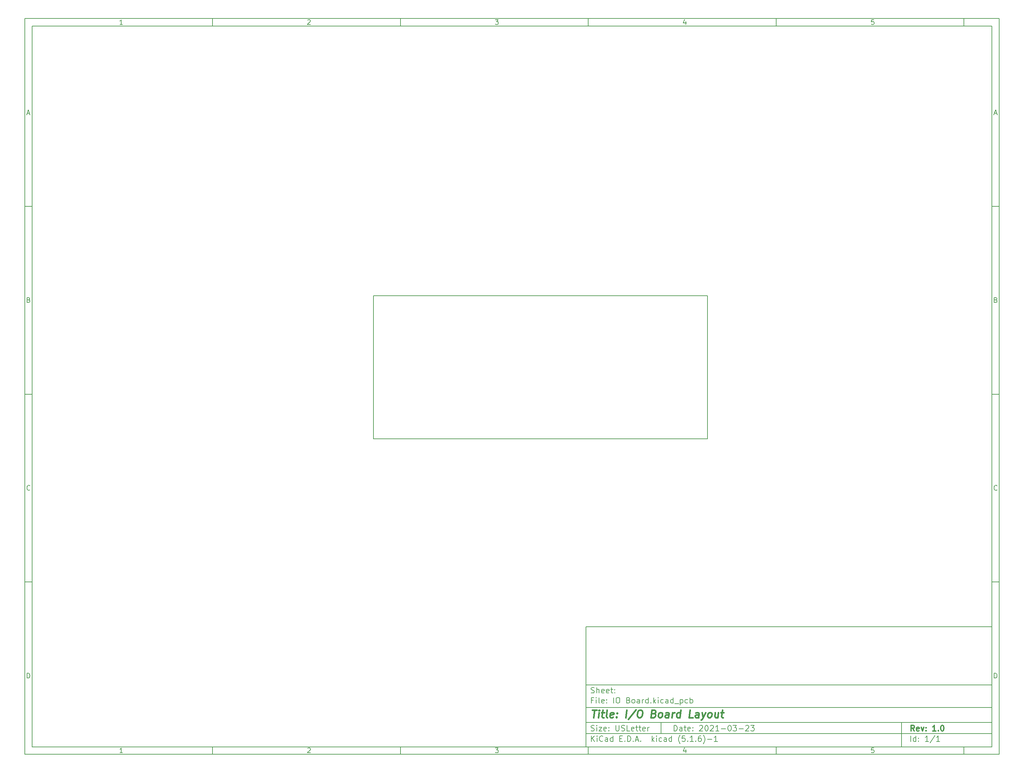
<source format=gbr>
G04 #@! TF.GenerationSoftware,KiCad,Pcbnew,(5.1.6)-1*
G04 #@! TF.CreationDate,2021-03-23T17:10:19-04:00*
G04 #@! TF.ProjectId,IO Board,494f2042-6f61-4726-942e-6b696361645f,1.0*
G04 #@! TF.SameCoordinates,Original*
G04 #@! TF.FileFunction,Profile,NP*
%FSLAX46Y46*%
G04 Gerber Fmt 4.6, Leading zero omitted, Abs format (unit mm)*
G04 Created by KiCad (PCBNEW (5.1.6)-1) date 2021-03-23 17:10:19*
%MOMM*%
%LPD*%
G01*
G04 APERTURE LIST*
%ADD10C,0.100000*%
%ADD11C,0.150000*%
%ADD12C,0.300000*%
%ADD13C,0.400000*%
G04 #@! TA.AperFunction,Profile*
%ADD14C,0.150000*%
G04 #@! TD*
G04 APERTURE END LIST*
D10*
D11*
X159400000Y-171900000D02*
X159400000Y-203900000D01*
X267400000Y-203900000D01*
X267400000Y-171900000D01*
X159400000Y-171900000D01*
D10*
D11*
X10000000Y-10000000D02*
X10000000Y-205900000D01*
X269400000Y-205900000D01*
X269400000Y-10000000D01*
X10000000Y-10000000D01*
D10*
D11*
X12000000Y-12000000D02*
X12000000Y-203900000D01*
X267400000Y-203900000D01*
X267400000Y-12000000D01*
X12000000Y-12000000D01*
D10*
D11*
X60000000Y-12000000D02*
X60000000Y-10000000D01*
D10*
D11*
X110000000Y-12000000D02*
X110000000Y-10000000D01*
D10*
D11*
X160000000Y-12000000D02*
X160000000Y-10000000D01*
D10*
D11*
X210000000Y-12000000D02*
X210000000Y-10000000D01*
D10*
D11*
X260000000Y-12000000D02*
X260000000Y-10000000D01*
D10*
D11*
X36065476Y-11588095D02*
X35322619Y-11588095D01*
X35694047Y-11588095D02*
X35694047Y-10288095D01*
X35570238Y-10473809D01*
X35446428Y-10597619D01*
X35322619Y-10659523D01*
D10*
D11*
X85322619Y-10411904D02*
X85384523Y-10350000D01*
X85508333Y-10288095D01*
X85817857Y-10288095D01*
X85941666Y-10350000D01*
X86003571Y-10411904D01*
X86065476Y-10535714D01*
X86065476Y-10659523D01*
X86003571Y-10845238D01*
X85260714Y-11588095D01*
X86065476Y-11588095D01*
D10*
D11*
X135260714Y-10288095D02*
X136065476Y-10288095D01*
X135632142Y-10783333D01*
X135817857Y-10783333D01*
X135941666Y-10845238D01*
X136003571Y-10907142D01*
X136065476Y-11030952D01*
X136065476Y-11340476D01*
X136003571Y-11464285D01*
X135941666Y-11526190D01*
X135817857Y-11588095D01*
X135446428Y-11588095D01*
X135322619Y-11526190D01*
X135260714Y-11464285D01*
D10*
D11*
X185941666Y-10721428D02*
X185941666Y-11588095D01*
X185632142Y-10226190D02*
X185322619Y-11154761D01*
X186127380Y-11154761D01*
D10*
D11*
X236003571Y-10288095D02*
X235384523Y-10288095D01*
X235322619Y-10907142D01*
X235384523Y-10845238D01*
X235508333Y-10783333D01*
X235817857Y-10783333D01*
X235941666Y-10845238D01*
X236003571Y-10907142D01*
X236065476Y-11030952D01*
X236065476Y-11340476D01*
X236003571Y-11464285D01*
X235941666Y-11526190D01*
X235817857Y-11588095D01*
X235508333Y-11588095D01*
X235384523Y-11526190D01*
X235322619Y-11464285D01*
D10*
D11*
X60000000Y-203900000D02*
X60000000Y-205900000D01*
D10*
D11*
X110000000Y-203900000D02*
X110000000Y-205900000D01*
D10*
D11*
X160000000Y-203900000D02*
X160000000Y-205900000D01*
D10*
D11*
X210000000Y-203900000D02*
X210000000Y-205900000D01*
D10*
D11*
X260000000Y-203900000D02*
X260000000Y-205900000D01*
D10*
D11*
X36065476Y-205488095D02*
X35322619Y-205488095D01*
X35694047Y-205488095D02*
X35694047Y-204188095D01*
X35570238Y-204373809D01*
X35446428Y-204497619D01*
X35322619Y-204559523D01*
D10*
D11*
X85322619Y-204311904D02*
X85384523Y-204250000D01*
X85508333Y-204188095D01*
X85817857Y-204188095D01*
X85941666Y-204250000D01*
X86003571Y-204311904D01*
X86065476Y-204435714D01*
X86065476Y-204559523D01*
X86003571Y-204745238D01*
X85260714Y-205488095D01*
X86065476Y-205488095D01*
D10*
D11*
X135260714Y-204188095D02*
X136065476Y-204188095D01*
X135632142Y-204683333D01*
X135817857Y-204683333D01*
X135941666Y-204745238D01*
X136003571Y-204807142D01*
X136065476Y-204930952D01*
X136065476Y-205240476D01*
X136003571Y-205364285D01*
X135941666Y-205426190D01*
X135817857Y-205488095D01*
X135446428Y-205488095D01*
X135322619Y-205426190D01*
X135260714Y-205364285D01*
D10*
D11*
X185941666Y-204621428D02*
X185941666Y-205488095D01*
X185632142Y-204126190D02*
X185322619Y-205054761D01*
X186127380Y-205054761D01*
D10*
D11*
X236003571Y-204188095D02*
X235384523Y-204188095D01*
X235322619Y-204807142D01*
X235384523Y-204745238D01*
X235508333Y-204683333D01*
X235817857Y-204683333D01*
X235941666Y-204745238D01*
X236003571Y-204807142D01*
X236065476Y-204930952D01*
X236065476Y-205240476D01*
X236003571Y-205364285D01*
X235941666Y-205426190D01*
X235817857Y-205488095D01*
X235508333Y-205488095D01*
X235384523Y-205426190D01*
X235322619Y-205364285D01*
D10*
D11*
X10000000Y-60000000D02*
X12000000Y-60000000D01*
D10*
D11*
X10000000Y-110000000D02*
X12000000Y-110000000D01*
D10*
D11*
X10000000Y-160000000D02*
X12000000Y-160000000D01*
D10*
D11*
X10690476Y-35216666D02*
X11309523Y-35216666D01*
X10566666Y-35588095D02*
X11000000Y-34288095D01*
X11433333Y-35588095D01*
D10*
D11*
X11092857Y-84907142D02*
X11278571Y-84969047D01*
X11340476Y-85030952D01*
X11402380Y-85154761D01*
X11402380Y-85340476D01*
X11340476Y-85464285D01*
X11278571Y-85526190D01*
X11154761Y-85588095D01*
X10659523Y-85588095D01*
X10659523Y-84288095D01*
X11092857Y-84288095D01*
X11216666Y-84350000D01*
X11278571Y-84411904D01*
X11340476Y-84535714D01*
X11340476Y-84659523D01*
X11278571Y-84783333D01*
X11216666Y-84845238D01*
X11092857Y-84907142D01*
X10659523Y-84907142D01*
D10*
D11*
X11402380Y-135464285D02*
X11340476Y-135526190D01*
X11154761Y-135588095D01*
X11030952Y-135588095D01*
X10845238Y-135526190D01*
X10721428Y-135402380D01*
X10659523Y-135278571D01*
X10597619Y-135030952D01*
X10597619Y-134845238D01*
X10659523Y-134597619D01*
X10721428Y-134473809D01*
X10845238Y-134350000D01*
X11030952Y-134288095D01*
X11154761Y-134288095D01*
X11340476Y-134350000D01*
X11402380Y-134411904D01*
D10*
D11*
X10659523Y-185588095D02*
X10659523Y-184288095D01*
X10969047Y-184288095D01*
X11154761Y-184350000D01*
X11278571Y-184473809D01*
X11340476Y-184597619D01*
X11402380Y-184845238D01*
X11402380Y-185030952D01*
X11340476Y-185278571D01*
X11278571Y-185402380D01*
X11154761Y-185526190D01*
X10969047Y-185588095D01*
X10659523Y-185588095D01*
D10*
D11*
X269400000Y-60000000D02*
X267400000Y-60000000D01*
D10*
D11*
X269400000Y-110000000D02*
X267400000Y-110000000D01*
D10*
D11*
X269400000Y-160000000D02*
X267400000Y-160000000D01*
D10*
D11*
X268090476Y-35216666D02*
X268709523Y-35216666D01*
X267966666Y-35588095D02*
X268400000Y-34288095D01*
X268833333Y-35588095D01*
D10*
D11*
X268492857Y-84907142D02*
X268678571Y-84969047D01*
X268740476Y-85030952D01*
X268802380Y-85154761D01*
X268802380Y-85340476D01*
X268740476Y-85464285D01*
X268678571Y-85526190D01*
X268554761Y-85588095D01*
X268059523Y-85588095D01*
X268059523Y-84288095D01*
X268492857Y-84288095D01*
X268616666Y-84350000D01*
X268678571Y-84411904D01*
X268740476Y-84535714D01*
X268740476Y-84659523D01*
X268678571Y-84783333D01*
X268616666Y-84845238D01*
X268492857Y-84907142D01*
X268059523Y-84907142D01*
D10*
D11*
X268802380Y-135464285D02*
X268740476Y-135526190D01*
X268554761Y-135588095D01*
X268430952Y-135588095D01*
X268245238Y-135526190D01*
X268121428Y-135402380D01*
X268059523Y-135278571D01*
X267997619Y-135030952D01*
X267997619Y-134845238D01*
X268059523Y-134597619D01*
X268121428Y-134473809D01*
X268245238Y-134350000D01*
X268430952Y-134288095D01*
X268554761Y-134288095D01*
X268740476Y-134350000D01*
X268802380Y-134411904D01*
D10*
D11*
X268059523Y-185588095D02*
X268059523Y-184288095D01*
X268369047Y-184288095D01*
X268554761Y-184350000D01*
X268678571Y-184473809D01*
X268740476Y-184597619D01*
X268802380Y-184845238D01*
X268802380Y-185030952D01*
X268740476Y-185278571D01*
X268678571Y-185402380D01*
X268554761Y-185526190D01*
X268369047Y-185588095D01*
X268059523Y-185588095D01*
D10*
D11*
X182832142Y-199678571D02*
X182832142Y-198178571D01*
X183189285Y-198178571D01*
X183403571Y-198250000D01*
X183546428Y-198392857D01*
X183617857Y-198535714D01*
X183689285Y-198821428D01*
X183689285Y-199035714D01*
X183617857Y-199321428D01*
X183546428Y-199464285D01*
X183403571Y-199607142D01*
X183189285Y-199678571D01*
X182832142Y-199678571D01*
X184975000Y-199678571D02*
X184975000Y-198892857D01*
X184903571Y-198750000D01*
X184760714Y-198678571D01*
X184475000Y-198678571D01*
X184332142Y-198750000D01*
X184975000Y-199607142D02*
X184832142Y-199678571D01*
X184475000Y-199678571D01*
X184332142Y-199607142D01*
X184260714Y-199464285D01*
X184260714Y-199321428D01*
X184332142Y-199178571D01*
X184475000Y-199107142D01*
X184832142Y-199107142D01*
X184975000Y-199035714D01*
X185475000Y-198678571D02*
X186046428Y-198678571D01*
X185689285Y-198178571D02*
X185689285Y-199464285D01*
X185760714Y-199607142D01*
X185903571Y-199678571D01*
X186046428Y-199678571D01*
X187117857Y-199607142D02*
X186975000Y-199678571D01*
X186689285Y-199678571D01*
X186546428Y-199607142D01*
X186475000Y-199464285D01*
X186475000Y-198892857D01*
X186546428Y-198750000D01*
X186689285Y-198678571D01*
X186975000Y-198678571D01*
X187117857Y-198750000D01*
X187189285Y-198892857D01*
X187189285Y-199035714D01*
X186475000Y-199178571D01*
X187832142Y-199535714D02*
X187903571Y-199607142D01*
X187832142Y-199678571D01*
X187760714Y-199607142D01*
X187832142Y-199535714D01*
X187832142Y-199678571D01*
X187832142Y-198750000D02*
X187903571Y-198821428D01*
X187832142Y-198892857D01*
X187760714Y-198821428D01*
X187832142Y-198750000D01*
X187832142Y-198892857D01*
X189617857Y-198321428D02*
X189689285Y-198250000D01*
X189832142Y-198178571D01*
X190189285Y-198178571D01*
X190332142Y-198250000D01*
X190403571Y-198321428D01*
X190475000Y-198464285D01*
X190475000Y-198607142D01*
X190403571Y-198821428D01*
X189546428Y-199678571D01*
X190475000Y-199678571D01*
X191403571Y-198178571D02*
X191546428Y-198178571D01*
X191689285Y-198250000D01*
X191760714Y-198321428D01*
X191832142Y-198464285D01*
X191903571Y-198750000D01*
X191903571Y-199107142D01*
X191832142Y-199392857D01*
X191760714Y-199535714D01*
X191689285Y-199607142D01*
X191546428Y-199678571D01*
X191403571Y-199678571D01*
X191260714Y-199607142D01*
X191189285Y-199535714D01*
X191117857Y-199392857D01*
X191046428Y-199107142D01*
X191046428Y-198750000D01*
X191117857Y-198464285D01*
X191189285Y-198321428D01*
X191260714Y-198250000D01*
X191403571Y-198178571D01*
X192475000Y-198321428D02*
X192546428Y-198250000D01*
X192689285Y-198178571D01*
X193046428Y-198178571D01*
X193189285Y-198250000D01*
X193260714Y-198321428D01*
X193332142Y-198464285D01*
X193332142Y-198607142D01*
X193260714Y-198821428D01*
X192403571Y-199678571D01*
X193332142Y-199678571D01*
X194760714Y-199678571D02*
X193903571Y-199678571D01*
X194332142Y-199678571D02*
X194332142Y-198178571D01*
X194189285Y-198392857D01*
X194046428Y-198535714D01*
X193903571Y-198607142D01*
X195403571Y-199107142D02*
X196546428Y-199107142D01*
X197546428Y-198178571D02*
X197689285Y-198178571D01*
X197832142Y-198250000D01*
X197903571Y-198321428D01*
X197975000Y-198464285D01*
X198046428Y-198750000D01*
X198046428Y-199107142D01*
X197975000Y-199392857D01*
X197903571Y-199535714D01*
X197832142Y-199607142D01*
X197689285Y-199678571D01*
X197546428Y-199678571D01*
X197403571Y-199607142D01*
X197332142Y-199535714D01*
X197260714Y-199392857D01*
X197189285Y-199107142D01*
X197189285Y-198750000D01*
X197260714Y-198464285D01*
X197332142Y-198321428D01*
X197403571Y-198250000D01*
X197546428Y-198178571D01*
X198546428Y-198178571D02*
X199475000Y-198178571D01*
X198975000Y-198750000D01*
X199189285Y-198750000D01*
X199332142Y-198821428D01*
X199403571Y-198892857D01*
X199475000Y-199035714D01*
X199475000Y-199392857D01*
X199403571Y-199535714D01*
X199332142Y-199607142D01*
X199189285Y-199678571D01*
X198760714Y-199678571D01*
X198617857Y-199607142D01*
X198546428Y-199535714D01*
X200117857Y-199107142D02*
X201260714Y-199107142D01*
X201903571Y-198321428D02*
X201975000Y-198250000D01*
X202117857Y-198178571D01*
X202475000Y-198178571D01*
X202617857Y-198250000D01*
X202689285Y-198321428D01*
X202760714Y-198464285D01*
X202760714Y-198607142D01*
X202689285Y-198821428D01*
X201832142Y-199678571D01*
X202760714Y-199678571D01*
X203260714Y-198178571D02*
X204189285Y-198178571D01*
X203689285Y-198750000D01*
X203903571Y-198750000D01*
X204046428Y-198821428D01*
X204117857Y-198892857D01*
X204189285Y-199035714D01*
X204189285Y-199392857D01*
X204117857Y-199535714D01*
X204046428Y-199607142D01*
X203903571Y-199678571D01*
X203475000Y-199678571D01*
X203332142Y-199607142D01*
X203260714Y-199535714D01*
D10*
D11*
X159400000Y-200400000D02*
X267400000Y-200400000D01*
D10*
D11*
X160832142Y-202478571D02*
X160832142Y-200978571D01*
X161689285Y-202478571D02*
X161046428Y-201621428D01*
X161689285Y-200978571D02*
X160832142Y-201835714D01*
X162332142Y-202478571D02*
X162332142Y-201478571D01*
X162332142Y-200978571D02*
X162260714Y-201050000D01*
X162332142Y-201121428D01*
X162403571Y-201050000D01*
X162332142Y-200978571D01*
X162332142Y-201121428D01*
X163903571Y-202335714D02*
X163832142Y-202407142D01*
X163617857Y-202478571D01*
X163475000Y-202478571D01*
X163260714Y-202407142D01*
X163117857Y-202264285D01*
X163046428Y-202121428D01*
X162975000Y-201835714D01*
X162975000Y-201621428D01*
X163046428Y-201335714D01*
X163117857Y-201192857D01*
X163260714Y-201050000D01*
X163475000Y-200978571D01*
X163617857Y-200978571D01*
X163832142Y-201050000D01*
X163903571Y-201121428D01*
X165189285Y-202478571D02*
X165189285Y-201692857D01*
X165117857Y-201550000D01*
X164975000Y-201478571D01*
X164689285Y-201478571D01*
X164546428Y-201550000D01*
X165189285Y-202407142D02*
X165046428Y-202478571D01*
X164689285Y-202478571D01*
X164546428Y-202407142D01*
X164475000Y-202264285D01*
X164475000Y-202121428D01*
X164546428Y-201978571D01*
X164689285Y-201907142D01*
X165046428Y-201907142D01*
X165189285Y-201835714D01*
X166546428Y-202478571D02*
X166546428Y-200978571D01*
X166546428Y-202407142D02*
X166403571Y-202478571D01*
X166117857Y-202478571D01*
X165975000Y-202407142D01*
X165903571Y-202335714D01*
X165832142Y-202192857D01*
X165832142Y-201764285D01*
X165903571Y-201621428D01*
X165975000Y-201550000D01*
X166117857Y-201478571D01*
X166403571Y-201478571D01*
X166546428Y-201550000D01*
X168403571Y-201692857D02*
X168903571Y-201692857D01*
X169117857Y-202478571D02*
X168403571Y-202478571D01*
X168403571Y-200978571D01*
X169117857Y-200978571D01*
X169760714Y-202335714D02*
X169832142Y-202407142D01*
X169760714Y-202478571D01*
X169689285Y-202407142D01*
X169760714Y-202335714D01*
X169760714Y-202478571D01*
X170475000Y-202478571D02*
X170475000Y-200978571D01*
X170832142Y-200978571D01*
X171046428Y-201050000D01*
X171189285Y-201192857D01*
X171260714Y-201335714D01*
X171332142Y-201621428D01*
X171332142Y-201835714D01*
X171260714Y-202121428D01*
X171189285Y-202264285D01*
X171046428Y-202407142D01*
X170832142Y-202478571D01*
X170475000Y-202478571D01*
X171975000Y-202335714D02*
X172046428Y-202407142D01*
X171975000Y-202478571D01*
X171903571Y-202407142D01*
X171975000Y-202335714D01*
X171975000Y-202478571D01*
X172617857Y-202050000D02*
X173332142Y-202050000D01*
X172475000Y-202478571D02*
X172975000Y-200978571D01*
X173475000Y-202478571D01*
X173975000Y-202335714D02*
X174046428Y-202407142D01*
X173975000Y-202478571D01*
X173903571Y-202407142D01*
X173975000Y-202335714D01*
X173975000Y-202478571D01*
X176975000Y-202478571D02*
X176975000Y-200978571D01*
X177117857Y-201907142D02*
X177546428Y-202478571D01*
X177546428Y-201478571D02*
X176975000Y-202050000D01*
X178189285Y-202478571D02*
X178189285Y-201478571D01*
X178189285Y-200978571D02*
X178117857Y-201050000D01*
X178189285Y-201121428D01*
X178260714Y-201050000D01*
X178189285Y-200978571D01*
X178189285Y-201121428D01*
X179546428Y-202407142D02*
X179403571Y-202478571D01*
X179117857Y-202478571D01*
X178975000Y-202407142D01*
X178903571Y-202335714D01*
X178832142Y-202192857D01*
X178832142Y-201764285D01*
X178903571Y-201621428D01*
X178975000Y-201550000D01*
X179117857Y-201478571D01*
X179403571Y-201478571D01*
X179546428Y-201550000D01*
X180832142Y-202478571D02*
X180832142Y-201692857D01*
X180760714Y-201550000D01*
X180617857Y-201478571D01*
X180332142Y-201478571D01*
X180189285Y-201550000D01*
X180832142Y-202407142D02*
X180689285Y-202478571D01*
X180332142Y-202478571D01*
X180189285Y-202407142D01*
X180117857Y-202264285D01*
X180117857Y-202121428D01*
X180189285Y-201978571D01*
X180332142Y-201907142D01*
X180689285Y-201907142D01*
X180832142Y-201835714D01*
X182189285Y-202478571D02*
X182189285Y-200978571D01*
X182189285Y-202407142D02*
X182046428Y-202478571D01*
X181760714Y-202478571D01*
X181617857Y-202407142D01*
X181546428Y-202335714D01*
X181475000Y-202192857D01*
X181475000Y-201764285D01*
X181546428Y-201621428D01*
X181617857Y-201550000D01*
X181760714Y-201478571D01*
X182046428Y-201478571D01*
X182189285Y-201550000D01*
X184475000Y-203050000D02*
X184403571Y-202978571D01*
X184260714Y-202764285D01*
X184189285Y-202621428D01*
X184117857Y-202407142D01*
X184046428Y-202050000D01*
X184046428Y-201764285D01*
X184117857Y-201407142D01*
X184189285Y-201192857D01*
X184260714Y-201050000D01*
X184403571Y-200835714D01*
X184475000Y-200764285D01*
X185760714Y-200978571D02*
X185046428Y-200978571D01*
X184975000Y-201692857D01*
X185046428Y-201621428D01*
X185189285Y-201550000D01*
X185546428Y-201550000D01*
X185689285Y-201621428D01*
X185760714Y-201692857D01*
X185832142Y-201835714D01*
X185832142Y-202192857D01*
X185760714Y-202335714D01*
X185689285Y-202407142D01*
X185546428Y-202478571D01*
X185189285Y-202478571D01*
X185046428Y-202407142D01*
X184975000Y-202335714D01*
X186475000Y-202335714D02*
X186546428Y-202407142D01*
X186475000Y-202478571D01*
X186403571Y-202407142D01*
X186475000Y-202335714D01*
X186475000Y-202478571D01*
X187975000Y-202478571D02*
X187117857Y-202478571D01*
X187546428Y-202478571D02*
X187546428Y-200978571D01*
X187403571Y-201192857D01*
X187260714Y-201335714D01*
X187117857Y-201407142D01*
X188617857Y-202335714D02*
X188689285Y-202407142D01*
X188617857Y-202478571D01*
X188546428Y-202407142D01*
X188617857Y-202335714D01*
X188617857Y-202478571D01*
X189975000Y-200978571D02*
X189689285Y-200978571D01*
X189546428Y-201050000D01*
X189475000Y-201121428D01*
X189332142Y-201335714D01*
X189260714Y-201621428D01*
X189260714Y-202192857D01*
X189332142Y-202335714D01*
X189403571Y-202407142D01*
X189546428Y-202478571D01*
X189832142Y-202478571D01*
X189975000Y-202407142D01*
X190046428Y-202335714D01*
X190117857Y-202192857D01*
X190117857Y-201835714D01*
X190046428Y-201692857D01*
X189975000Y-201621428D01*
X189832142Y-201550000D01*
X189546428Y-201550000D01*
X189403571Y-201621428D01*
X189332142Y-201692857D01*
X189260714Y-201835714D01*
X190617857Y-203050000D02*
X190689285Y-202978571D01*
X190832142Y-202764285D01*
X190903571Y-202621428D01*
X190975000Y-202407142D01*
X191046428Y-202050000D01*
X191046428Y-201764285D01*
X190975000Y-201407142D01*
X190903571Y-201192857D01*
X190832142Y-201050000D01*
X190689285Y-200835714D01*
X190617857Y-200764285D01*
X191760714Y-201907142D02*
X192903571Y-201907142D01*
X194403571Y-202478571D02*
X193546428Y-202478571D01*
X193975000Y-202478571D02*
X193975000Y-200978571D01*
X193832142Y-201192857D01*
X193689285Y-201335714D01*
X193546428Y-201407142D01*
D10*
D11*
X159400000Y-197400000D02*
X267400000Y-197400000D01*
D10*
D12*
X246809285Y-199678571D02*
X246309285Y-198964285D01*
X245952142Y-199678571D02*
X245952142Y-198178571D01*
X246523571Y-198178571D01*
X246666428Y-198250000D01*
X246737857Y-198321428D01*
X246809285Y-198464285D01*
X246809285Y-198678571D01*
X246737857Y-198821428D01*
X246666428Y-198892857D01*
X246523571Y-198964285D01*
X245952142Y-198964285D01*
X248023571Y-199607142D02*
X247880714Y-199678571D01*
X247595000Y-199678571D01*
X247452142Y-199607142D01*
X247380714Y-199464285D01*
X247380714Y-198892857D01*
X247452142Y-198750000D01*
X247595000Y-198678571D01*
X247880714Y-198678571D01*
X248023571Y-198750000D01*
X248095000Y-198892857D01*
X248095000Y-199035714D01*
X247380714Y-199178571D01*
X248595000Y-198678571D02*
X248952142Y-199678571D01*
X249309285Y-198678571D01*
X249880714Y-199535714D02*
X249952142Y-199607142D01*
X249880714Y-199678571D01*
X249809285Y-199607142D01*
X249880714Y-199535714D01*
X249880714Y-199678571D01*
X249880714Y-198750000D02*
X249952142Y-198821428D01*
X249880714Y-198892857D01*
X249809285Y-198821428D01*
X249880714Y-198750000D01*
X249880714Y-198892857D01*
X252523571Y-199678571D02*
X251666428Y-199678571D01*
X252095000Y-199678571D02*
X252095000Y-198178571D01*
X251952142Y-198392857D01*
X251809285Y-198535714D01*
X251666428Y-198607142D01*
X253166428Y-199535714D02*
X253237857Y-199607142D01*
X253166428Y-199678571D01*
X253095000Y-199607142D01*
X253166428Y-199535714D01*
X253166428Y-199678571D01*
X254166428Y-198178571D02*
X254309285Y-198178571D01*
X254452142Y-198250000D01*
X254523571Y-198321428D01*
X254595000Y-198464285D01*
X254666428Y-198750000D01*
X254666428Y-199107142D01*
X254595000Y-199392857D01*
X254523571Y-199535714D01*
X254452142Y-199607142D01*
X254309285Y-199678571D01*
X254166428Y-199678571D01*
X254023571Y-199607142D01*
X253952142Y-199535714D01*
X253880714Y-199392857D01*
X253809285Y-199107142D01*
X253809285Y-198750000D01*
X253880714Y-198464285D01*
X253952142Y-198321428D01*
X254023571Y-198250000D01*
X254166428Y-198178571D01*
D10*
D11*
X160760714Y-199607142D02*
X160975000Y-199678571D01*
X161332142Y-199678571D01*
X161475000Y-199607142D01*
X161546428Y-199535714D01*
X161617857Y-199392857D01*
X161617857Y-199250000D01*
X161546428Y-199107142D01*
X161475000Y-199035714D01*
X161332142Y-198964285D01*
X161046428Y-198892857D01*
X160903571Y-198821428D01*
X160832142Y-198750000D01*
X160760714Y-198607142D01*
X160760714Y-198464285D01*
X160832142Y-198321428D01*
X160903571Y-198250000D01*
X161046428Y-198178571D01*
X161403571Y-198178571D01*
X161617857Y-198250000D01*
X162260714Y-199678571D02*
X162260714Y-198678571D01*
X162260714Y-198178571D02*
X162189285Y-198250000D01*
X162260714Y-198321428D01*
X162332142Y-198250000D01*
X162260714Y-198178571D01*
X162260714Y-198321428D01*
X162832142Y-198678571D02*
X163617857Y-198678571D01*
X162832142Y-199678571D01*
X163617857Y-199678571D01*
X164760714Y-199607142D02*
X164617857Y-199678571D01*
X164332142Y-199678571D01*
X164189285Y-199607142D01*
X164117857Y-199464285D01*
X164117857Y-198892857D01*
X164189285Y-198750000D01*
X164332142Y-198678571D01*
X164617857Y-198678571D01*
X164760714Y-198750000D01*
X164832142Y-198892857D01*
X164832142Y-199035714D01*
X164117857Y-199178571D01*
X165475000Y-199535714D02*
X165546428Y-199607142D01*
X165475000Y-199678571D01*
X165403571Y-199607142D01*
X165475000Y-199535714D01*
X165475000Y-199678571D01*
X165475000Y-198750000D02*
X165546428Y-198821428D01*
X165475000Y-198892857D01*
X165403571Y-198821428D01*
X165475000Y-198750000D01*
X165475000Y-198892857D01*
X167332142Y-198178571D02*
X167332142Y-199392857D01*
X167403571Y-199535714D01*
X167475000Y-199607142D01*
X167617857Y-199678571D01*
X167903571Y-199678571D01*
X168046428Y-199607142D01*
X168117857Y-199535714D01*
X168189285Y-199392857D01*
X168189285Y-198178571D01*
X168832142Y-199607142D02*
X169046428Y-199678571D01*
X169403571Y-199678571D01*
X169546428Y-199607142D01*
X169617857Y-199535714D01*
X169689285Y-199392857D01*
X169689285Y-199250000D01*
X169617857Y-199107142D01*
X169546428Y-199035714D01*
X169403571Y-198964285D01*
X169117857Y-198892857D01*
X168975000Y-198821428D01*
X168903571Y-198750000D01*
X168832142Y-198607142D01*
X168832142Y-198464285D01*
X168903571Y-198321428D01*
X168975000Y-198250000D01*
X169117857Y-198178571D01*
X169475000Y-198178571D01*
X169689285Y-198250000D01*
X171046428Y-199678571D02*
X170332142Y-199678571D01*
X170332142Y-198178571D01*
X172117857Y-199607142D02*
X171975000Y-199678571D01*
X171689285Y-199678571D01*
X171546428Y-199607142D01*
X171475000Y-199464285D01*
X171475000Y-198892857D01*
X171546428Y-198750000D01*
X171689285Y-198678571D01*
X171975000Y-198678571D01*
X172117857Y-198750000D01*
X172189285Y-198892857D01*
X172189285Y-199035714D01*
X171475000Y-199178571D01*
X172617857Y-198678571D02*
X173189285Y-198678571D01*
X172832142Y-198178571D02*
X172832142Y-199464285D01*
X172903571Y-199607142D01*
X173046428Y-199678571D01*
X173189285Y-199678571D01*
X173475000Y-198678571D02*
X174046428Y-198678571D01*
X173689285Y-198178571D02*
X173689285Y-199464285D01*
X173760714Y-199607142D01*
X173903571Y-199678571D01*
X174046428Y-199678571D01*
X175117857Y-199607142D02*
X174975000Y-199678571D01*
X174689285Y-199678571D01*
X174546428Y-199607142D01*
X174475000Y-199464285D01*
X174475000Y-198892857D01*
X174546428Y-198750000D01*
X174689285Y-198678571D01*
X174975000Y-198678571D01*
X175117857Y-198750000D01*
X175189285Y-198892857D01*
X175189285Y-199035714D01*
X174475000Y-199178571D01*
X175832142Y-199678571D02*
X175832142Y-198678571D01*
X175832142Y-198964285D02*
X175903571Y-198821428D01*
X175975000Y-198750000D01*
X176117857Y-198678571D01*
X176260714Y-198678571D01*
D10*
D11*
X245832142Y-202478571D02*
X245832142Y-200978571D01*
X247189285Y-202478571D02*
X247189285Y-200978571D01*
X247189285Y-202407142D02*
X247046428Y-202478571D01*
X246760714Y-202478571D01*
X246617857Y-202407142D01*
X246546428Y-202335714D01*
X246475000Y-202192857D01*
X246475000Y-201764285D01*
X246546428Y-201621428D01*
X246617857Y-201550000D01*
X246760714Y-201478571D01*
X247046428Y-201478571D01*
X247189285Y-201550000D01*
X247903571Y-202335714D02*
X247975000Y-202407142D01*
X247903571Y-202478571D01*
X247832142Y-202407142D01*
X247903571Y-202335714D01*
X247903571Y-202478571D01*
X247903571Y-201550000D02*
X247975000Y-201621428D01*
X247903571Y-201692857D01*
X247832142Y-201621428D01*
X247903571Y-201550000D01*
X247903571Y-201692857D01*
X250546428Y-202478571D02*
X249689285Y-202478571D01*
X250117857Y-202478571D02*
X250117857Y-200978571D01*
X249975000Y-201192857D01*
X249832142Y-201335714D01*
X249689285Y-201407142D01*
X252260714Y-200907142D02*
X250975000Y-202835714D01*
X253546428Y-202478571D02*
X252689285Y-202478571D01*
X253117857Y-202478571D02*
X253117857Y-200978571D01*
X252975000Y-201192857D01*
X252832142Y-201335714D01*
X252689285Y-201407142D01*
D10*
D11*
X159400000Y-193400000D02*
X267400000Y-193400000D01*
D10*
D13*
X161112380Y-194104761D02*
X162255238Y-194104761D01*
X161433809Y-196104761D02*
X161683809Y-194104761D01*
X162671904Y-196104761D02*
X162838571Y-194771428D01*
X162921904Y-194104761D02*
X162814761Y-194200000D01*
X162898095Y-194295238D01*
X163005238Y-194200000D01*
X162921904Y-194104761D01*
X162898095Y-194295238D01*
X163505238Y-194771428D02*
X164267142Y-194771428D01*
X163874285Y-194104761D02*
X163660000Y-195819047D01*
X163731428Y-196009523D01*
X163910000Y-196104761D01*
X164100476Y-196104761D01*
X165052857Y-196104761D02*
X164874285Y-196009523D01*
X164802857Y-195819047D01*
X165017142Y-194104761D01*
X166588571Y-196009523D02*
X166386190Y-196104761D01*
X166005238Y-196104761D01*
X165826666Y-196009523D01*
X165755238Y-195819047D01*
X165850476Y-195057142D01*
X165969523Y-194866666D01*
X166171904Y-194771428D01*
X166552857Y-194771428D01*
X166731428Y-194866666D01*
X166802857Y-195057142D01*
X166779047Y-195247619D01*
X165802857Y-195438095D01*
X167552857Y-195914285D02*
X167636190Y-196009523D01*
X167529047Y-196104761D01*
X167445714Y-196009523D01*
X167552857Y-195914285D01*
X167529047Y-196104761D01*
X167683809Y-194866666D02*
X167767142Y-194961904D01*
X167660000Y-195057142D01*
X167576666Y-194961904D01*
X167683809Y-194866666D01*
X167660000Y-195057142D01*
X170005238Y-196104761D02*
X170255238Y-194104761D01*
X172648095Y-194009523D02*
X170612380Y-196580952D01*
X173683809Y-194104761D02*
X174064761Y-194104761D01*
X174243333Y-194200000D01*
X174410000Y-194390476D01*
X174457619Y-194771428D01*
X174374285Y-195438095D01*
X174231428Y-195819047D01*
X174017142Y-196009523D01*
X173814761Y-196104761D01*
X173433809Y-196104761D01*
X173255238Y-196009523D01*
X173088571Y-195819047D01*
X173040952Y-195438095D01*
X173124285Y-194771428D01*
X173267142Y-194390476D01*
X173481428Y-194200000D01*
X173683809Y-194104761D01*
X177469523Y-195057142D02*
X177743333Y-195152380D01*
X177826666Y-195247619D01*
X177898095Y-195438095D01*
X177862380Y-195723809D01*
X177743333Y-195914285D01*
X177636190Y-196009523D01*
X177433809Y-196104761D01*
X176671904Y-196104761D01*
X176921904Y-194104761D01*
X177588571Y-194104761D01*
X177767142Y-194200000D01*
X177850476Y-194295238D01*
X177921904Y-194485714D01*
X177898095Y-194676190D01*
X177779047Y-194866666D01*
X177671904Y-194961904D01*
X177469523Y-195057142D01*
X176802857Y-195057142D01*
X178957619Y-196104761D02*
X178779047Y-196009523D01*
X178695714Y-195914285D01*
X178624285Y-195723809D01*
X178695714Y-195152380D01*
X178814761Y-194961904D01*
X178921904Y-194866666D01*
X179124285Y-194771428D01*
X179410000Y-194771428D01*
X179588571Y-194866666D01*
X179671904Y-194961904D01*
X179743333Y-195152380D01*
X179671904Y-195723809D01*
X179552857Y-195914285D01*
X179445714Y-196009523D01*
X179243333Y-196104761D01*
X178957619Y-196104761D01*
X181338571Y-196104761D02*
X181469523Y-195057142D01*
X181398095Y-194866666D01*
X181219523Y-194771428D01*
X180838571Y-194771428D01*
X180636190Y-194866666D01*
X181350476Y-196009523D02*
X181148095Y-196104761D01*
X180671904Y-196104761D01*
X180493333Y-196009523D01*
X180421904Y-195819047D01*
X180445714Y-195628571D01*
X180564761Y-195438095D01*
X180767142Y-195342857D01*
X181243333Y-195342857D01*
X181445714Y-195247619D01*
X182290952Y-196104761D02*
X182457619Y-194771428D01*
X182410000Y-195152380D02*
X182529047Y-194961904D01*
X182636190Y-194866666D01*
X182838571Y-194771428D01*
X183029047Y-194771428D01*
X184386190Y-196104761D02*
X184636190Y-194104761D01*
X184398095Y-196009523D02*
X184195714Y-196104761D01*
X183814761Y-196104761D01*
X183636190Y-196009523D01*
X183552857Y-195914285D01*
X183481428Y-195723809D01*
X183552857Y-195152380D01*
X183671904Y-194961904D01*
X183779047Y-194866666D01*
X183981428Y-194771428D01*
X184362380Y-194771428D01*
X184540952Y-194866666D01*
X187814761Y-196104761D02*
X186862380Y-196104761D01*
X187112380Y-194104761D01*
X189338571Y-196104761D02*
X189469523Y-195057142D01*
X189398095Y-194866666D01*
X189219523Y-194771428D01*
X188838571Y-194771428D01*
X188636190Y-194866666D01*
X189350476Y-196009523D02*
X189148095Y-196104761D01*
X188671904Y-196104761D01*
X188493333Y-196009523D01*
X188421904Y-195819047D01*
X188445714Y-195628571D01*
X188564761Y-195438095D01*
X188767142Y-195342857D01*
X189243333Y-195342857D01*
X189445714Y-195247619D01*
X190267142Y-194771428D02*
X190576666Y-196104761D01*
X191219523Y-194771428D02*
X190576666Y-196104761D01*
X190326666Y-196580952D01*
X190219523Y-196676190D01*
X190017142Y-196771428D01*
X192100476Y-196104761D02*
X191921904Y-196009523D01*
X191838571Y-195914285D01*
X191767142Y-195723809D01*
X191838571Y-195152380D01*
X191957619Y-194961904D01*
X192064761Y-194866666D01*
X192267142Y-194771428D01*
X192552857Y-194771428D01*
X192731428Y-194866666D01*
X192814761Y-194961904D01*
X192886190Y-195152380D01*
X192814761Y-195723809D01*
X192695714Y-195914285D01*
X192588571Y-196009523D01*
X192386190Y-196104761D01*
X192100476Y-196104761D01*
X194648095Y-194771428D02*
X194481428Y-196104761D01*
X193790952Y-194771428D02*
X193660000Y-195819047D01*
X193731428Y-196009523D01*
X193910000Y-196104761D01*
X194195714Y-196104761D01*
X194398095Y-196009523D01*
X194505238Y-195914285D01*
X195314761Y-194771428D02*
X196076666Y-194771428D01*
X195683809Y-194104761D02*
X195469523Y-195819047D01*
X195540952Y-196009523D01*
X195719523Y-196104761D01*
X195910000Y-196104761D01*
D10*
D11*
X161332142Y-191492857D02*
X160832142Y-191492857D01*
X160832142Y-192278571D02*
X160832142Y-190778571D01*
X161546428Y-190778571D01*
X162117857Y-192278571D02*
X162117857Y-191278571D01*
X162117857Y-190778571D02*
X162046428Y-190850000D01*
X162117857Y-190921428D01*
X162189285Y-190850000D01*
X162117857Y-190778571D01*
X162117857Y-190921428D01*
X163046428Y-192278571D02*
X162903571Y-192207142D01*
X162832142Y-192064285D01*
X162832142Y-190778571D01*
X164189285Y-192207142D02*
X164046428Y-192278571D01*
X163760714Y-192278571D01*
X163617857Y-192207142D01*
X163546428Y-192064285D01*
X163546428Y-191492857D01*
X163617857Y-191350000D01*
X163760714Y-191278571D01*
X164046428Y-191278571D01*
X164189285Y-191350000D01*
X164260714Y-191492857D01*
X164260714Y-191635714D01*
X163546428Y-191778571D01*
X164903571Y-192135714D02*
X164975000Y-192207142D01*
X164903571Y-192278571D01*
X164832142Y-192207142D01*
X164903571Y-192135714D01*
X164903571Y-192278571D01*
X164903571Y-191350000D02*
X164975000Y-191421428D01*
X164903571Y-191492857D01*
X164832142Y-191421428D01*
X164903571Y-191350000D01*
X164903571Y-191492857D01*
X166760714Y-192278571D02*
X166760714Y-190778571D01*
X167760714Y-190778571D02*
X168046428Y-190778571D01*
X168189285Y-190850000D01*
X168332142Y-190992857D01*
X168403571Y-191278571D01*
X168403571Y-191778571D01*
X168332142Y-192064285D01*
X168189285Y-192207142D01*
X168046428Y-192278571D01*
X167760714Y-192278571D01*
X167617857Y-192207142D01*
X167475000Y-192064285D01*
X167403571Y-191778571D01*
X167403571Y-191278571D01*
X167475000Y-190992857D01*
X167617857Y-190850000D01*
X167760714Y-190778571D01*
X170689285Y-191492857D02*
X170903571Y-191564285D01*
X170975000Y-191635714D01*
X171046428Y-191778571D01*
X171046428Y-191992857D01*
X170975000Y-192135714D01*
X170903571Y-192207142D01*
X170760714Y-192278571D01*
X170189285Y-192278571D01*
X170189285Y-190778571D01*
X170689285Y-190778571D01*
X170832142Y-190850000D01*
X170903571Y-190921428D01*
X170975000Y-191064285D01*
X170975000Y-191207142D01*
X170903571Y-191350000D01*
X170832142Y-191421428D01*
X170689285Y-191492857D01*
X170189285Y-191492857D01*
X171903571Y-192278571D02*
X171760714Y-192207142D01*
X171689285Y-192135714D01*
X171617857Y-191992857D01*
X171617857Y-191564285D01*
X171689285Y-191421428D01*
X171760714Y-191350000D01*
X171903571Y-191278571D01*
X172117857Y-191278571D01*
X172260714Y-191350000D01*
X172332142Y-191421428D01*
X172403571Y-191564285D01*
X172403571Y-191992857D01*
X172332142Y-192135714D01*
X172260714Y-192207142D01*
X172117857Y-192278571D01*
X171903571Y-192278571D01*
X173689285Y-192278571D02*
X173689285Y-191492857D01*
X173617857Y-191350000D01*
X173475000Y-191278571D01*
X173189285Y-191278571D01*
X173046428Y-191350000D01*
X173689285Y-192207142D02*
X173546428Y-192278571D01*
X173189285Y-192278571D01*
X173046428Y-192207142D01*
X172975000Y-192064285D01*
X172975000Y-191921428D01*
X173046428Y-191778571D01*
X173189285Y-191707142D01*
X173546428Y-191707142D01*
X173689285Y-191635714D01*
X174403571Y-192278571D02*
X174403571Y-191278571D01*
X174403571Y-191564285D02*
X174475000Y-191421428D01*
X174546428Y-191350000D01*
X174689285Y-191278571D01*
X174832142Y-191278571D01*
X175975000Y-192278571D02*
X175975000Y-190778571D01*
X175975000Y-192207142D02*
X175832142Y-192278571D01*
X175546428Y-192278571D01*
X175403571Y-192207142D01*
X175332142Y-192135714D01*
X175260714Y-191992857D01*
X175260714Y-191564285D01*
X175332142Y-191421428D01*
X175403571Y-191350000D01*
X175546428Y-191278571D01*
X175832142Y-191278571D01*
X175975000Y-191350000D01*
X176689285Y-192135714D02*
X176760714Y-192207142D01*
X176689285Y-192278571D01*
X176617857Y-192207142D01*
X176689285Y-192135714D01*
X176689285Y-192278571D01*
X177403571Y-192278571D02*
X177403571Y-190778571D01*
X177546428Y-191707142D02*
X177975000Y-192278571D01*
X177975000Y-191278571D02*
X177403571Y-191850000D01*
X178617857Y-192278571D02*
X178617857Y-191278571D01*
X178617857Y-190778571D02*
X178546428Y-190850000D01*
X178617857Y-190921428D01*
X178689285Y-190850000D01*
X178617857Y-190778571D01*
X178617857Y-190921428D01*
X179975000Y-192207142D02*
X179832142Y-192278571D01*
X179546428Y-192278571D01*
X179403571Y-192207142D01*
X179332142Y-192135714D01*
X179260714Y-191992857D01*
X179260714Y-191564285D01*
X179332142Y-191421428D01*
X179403571Y-191350000D01*
X179546428Y-191278571D01*
X179832142Y-191278571D01*
X179975000Y-191350000D01*
X181260714Y-192278571D02*
X181260714Y-191492857D01*
X181189285Y-191350000D01*
X181046428Y-191278571D01*
X180760714Y-191278571D01*
X180617857Y-191350000D01*
X181260714Y-192207142D02*
X181117857Y-192278571D01*
X180760714Y-192278571D01*
X180617857Y-192207142D01*
X180546428Y-192064285D01*
X180546428Y-191921428D01*
X180617857Y-191778571D01*
X180760714Y-191707142D01*
X181117857Y-191707142D01*
X181260714Y-191635714D01*
X182617857Y-192278571D02*
X182617857Y-190778571D01*
X182617857Y-192207142D02*
X182475000Y-192278571D01*
X182189285Y-192278571D01*
X182046428Y-192207142D01*
X181975000Y-192135714D01*
X181903571Y-191992857D01*
X181903571Y-191564285D01*
X181975000Y-191421428D01*
X182046428Y-191350000D01*
X182189285Y-191278571D01*
X182475000Y-191278571D01*
X182617857Y-191350000D01*
X182975000Y-192421428D02*
X184117857Y-192421428D01*
X184475000Y-191278571D02*
X184475000Y-192778571D01*
X184475000Y-191350000D02*
X184617857Y-191278571D01*
X184903571Y-191278571D01*
X185046428Y-191350000D01*
X185117857Y-191421428D01*
X185189285Y-191564285D01*
X185189285Y-191992857D01*
X185117857Y-192135714D01*
X185046428Y-192207142D01*
X184903571Y-192278571D01*
X184617857Y-192278571D01*
X184475000Y-192207142D01*
X186475000Y-192207142D02*
X186332142Y-192278571D01*
X186046428Y-192278571D01*
X185903571Y-192207142D01*
X185832142Y-192135714D01*
X185760714Y-191992857D01*
X185760714Y-191564285D01*
X185832142Y-191421428D01*
X185903571Y-191350000D01*
X186046428Y-191278571D01*
X186332142Y-191278571D01*
X186475000Y-191350000D01*
X187117857Y-192278571D02*
X187117857Y-190778571D01*
X187117857Y-191350000D02*
X187260714Y-191278571D01*
X187546428Y-191278571D01*
X187689285Y-191350000D01*
X187760714Y-191421428D01*
X187832142Y-191564285D01*
X187832142Y-191992857D01*
X187760714Y-192135714D01*
X187689285Y-192207142D01*
X187546428Y-192278571D01*
X187260714Y-192278571D01*
X187117857Y-192207142D01*
D10*
D11*
X159400000Y-187400000D02*
X267400000Y-187400000D01*
D10*
D11*
X160760714Y-189507142D02*
X160975000Y-189578571D01*
X161332142Y-189578571D01*
X161475000Y-189507142D01*
X161546428Y-189435714D01*
X161617857Y-189292857D01*
X161617857Y-189150000D01*
X161546428Y-189007142D01*
X161475000Y-188935714D01*
X161332142Y-188864285D01*
X161046428Y-188792857D01*
X160903571Y-188721428D01*
X160832142Y-188650000D01*
X160760714Y-188507142D01*
X160760714Y-188364285D01*
X160832142Y-188221428D01*
X160903571Y-188150000D01*
X161046428Y-188078571D01*
X161403571Y-188078571D01*
X161617857Y-188150000D01*
X162260714Y-189578571D02*
X162260714Y-188078571D01*
X162903571Y-189578571D02*
X162903571Y-188792857D01*
X162832142Y-188650000D01*
X162689285Y-188578571D01*
X162475000Y-188578571D01*
X162332142Y-188650000D01*
X162260714Y-188721428D01*
X164189285Y-189507142D02*
X164046428Y-189578571D01*
X163760714Y-189578571D01*
X163617857Y-189507142D01*
X163546428Y-189364285D01*
X163546428Y-188792857D01*
X163617857Y-188650000D01*
X163760714Y-188578571D01*
X164046428Y-188578571D01*
X164189285Y-188650000D01*
X164260714Y-188792857D01*
X164260714Y-188935714D01*
X163546428Y-189078571D01*
X165475000Y-189507142D02*
X165332142Y-189578571D01*
X165046428Y-189578571D01*
X164903571Y-189507142D01*
X164832142Y-189364285D01*
X164832142Y-188792857D01*
X164903571Y-188650000D01*
X165046428Y-188578571D01*
X165332142Y-188578571D01*
X165475000Y-188650000D01*
X165546428Y-188792857D01*
X165546428Y-188935714D01*
X164832142Y-189078571D01*
X165975000Y-188578571D02*
X166546428Y-188578571D01*
X166189285Y-188078571D02*
X166189285Y-189364285D01*
X166260714Y-189507142D01*
X166403571Y-189578571D01*
X166546428Y-189578571D01*
X167046428Y-189435714D02*
X167117857Y-189507142D01*
X167046428Y-189578571D01*
X166975000Y-189507142D01*
X167046428Y-189435714D01*
X167046428Y-189578571D01*
X167046428Y-188650000D02*
X167117857Y-188721428D01*
X167046428Y-188792857D01*
X166975000Y-188721428D01*
X167046428Y-188650000D01*
X167046428Y-188792857D01*
D10*
D11*
X179400000Y-197400000D02*
X179400000Y-200400000D01*
D10*
D11*
X243400000Y-197400000D02*
X243400000Y-203900000D01*
D14*
X191770000Y-121920000D02*
X102870000Y-121920000D01*
X191770000Y-83820000D02*
X191770000Y-121920000D01*
X102870000Y-83820000D02*
X191770000Y-83820000D01*
X102870000Y-121920000D02*
X102870000Y-83820000D01*
M02*

</source>
